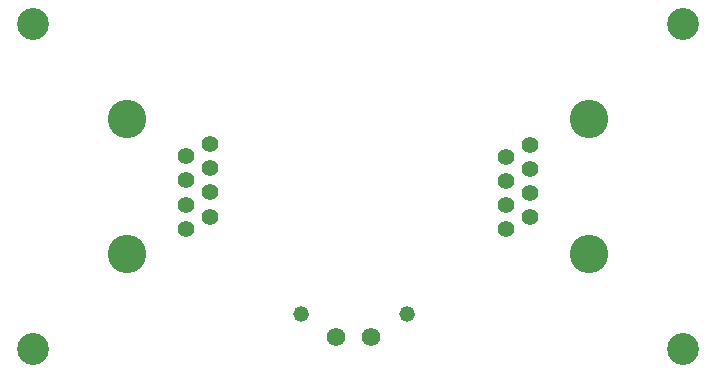
<source format=gbr>
%TF.GenerationSoftware,KiCad,Pcbnew,9.0.0*%
%TF.CreationDate,2026-01-30T14:08:11-05:00*%
%TF.ProjectId,Proprietary_RJ45,50726f70-7269-4657-9461-72795f524a34,rev?*%
%TF.SameCoordinates,Original*%
%TF.FileFunction,Soldermask,Top*%
%TF.FilePolarity,Negative*%
%FSLAX46Y46*%
G04 Gerber Fmt 4.6, Leading zero omitted, Abs format (unit mm)*
G04 Created by KiCad (PCBNEW 9.0.0) date 2026-01-30 14:08:11*
%MOMM*%
%LPD*%
G01*
G04 APERTURE LIST*
%ADD10C,1.320800*%
%ADD11C,1.574800*%
%ADD12C,2.700000*%
%ADD13C,3.251200*%
%ADD14C,1.397000*%
G04 APERTURE END LIST*
D10*
%TO.C,J2*%
X131660399Y-99550200D03*
X122660402Y-99550200D03*
D11*
X125660401Y-101510201D03*
X128660400Y-101510201D03*
%TD*%
D12*
%TO.C,H4*%
X155000000Y-102500000D03*
%TD*%
%TO.C,H2*%
X155000000Y-75000000D03*
%TD*%
%TO.C,H1*%
X100000000Y-75000000D03*
%TD*%
D13*
%TO.C,J1*%
X107945000Y-83013050D03*
X107945000Y-94443050D03*
D14*
X114975001Y-91278050D03*
X112945000Y-92298050D03*
X112945000Y-90258049D03*
X112945000Y-88218051D03*
X114975001Y-89238049D03*
X114975001Y-87198050D03*
X114975001Y-85158049D03*
X112945000Y-86178050D03*
%TD*%
D13*
%TO.C,J3*%
X147055000Y-94486950D03*
X147055000Y-83056950D03*
D14*
X140024999Y-86221950D03*
X142055000Y-85201950D03*
X142055000Y-87241951D03*
X142055000Y-89281949D03*
X140024999Y-88261951D03*
X140024999Y-90301950D03*
X140024999Y-92341951D03*
X142055000Y-91321950D03*
%TD*%
D12*
%TO.C,H3*%
X100000000Y-102500000D03*
%TD*%
M02*

</source>
